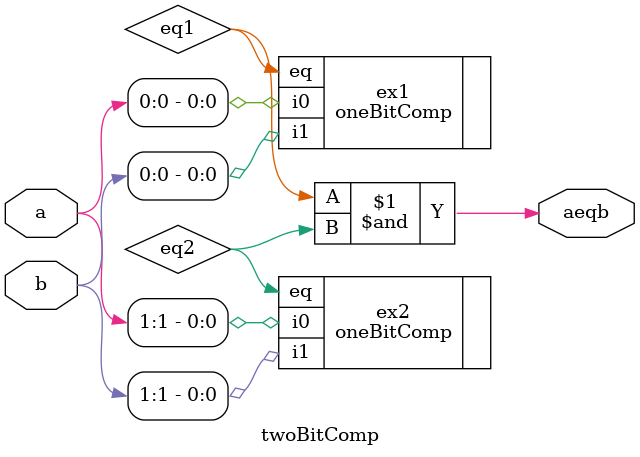
<source format=sv>
`timescale 1ns / 1ps


module twoBitComp(
    input logic [1:0] a, b,
    output logic aeqb
);
    // Code Here...
    logic eq1;
    logic eq2;
    oneBitComp ex1(.i0(a[0]), .i1(b[0]), .eq(eq1)); // Compare first bit
    oneBitComp ex2(.i0(a[1]), .i1(b[1]), .eq(eq2)); // Compare second bit
    assign aeqb = eq1 & eq2;
    
endmodule

</source>
